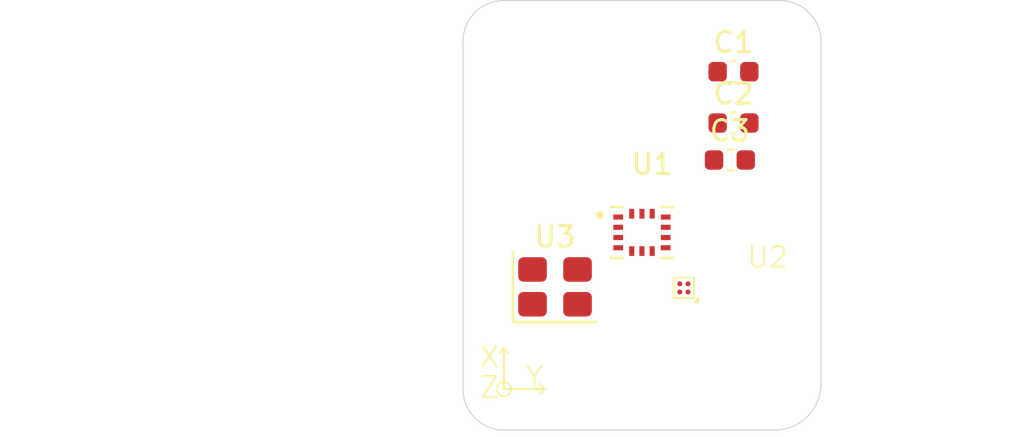
<source format=kicad_pcb>
(kicad_pcb (version 20241229) (generator "pcbnew") (generator_version "9.0")
  (layers (0 "F.Cu" signal) (4 "In1.Cu" signal) (6 "In2.Cu" signal) (2 "B.Cu" signal) (13 "F.Paste" user) (15 "B.Paste" user) (5 "F.SilkS" user "F.Silkscreen") (7 "B.SilkS" user "B.Silkscreen") (1 "F.Mask" user) (3 "B.Mask" user) (25 "Edge.Cuts" user))
  (net 0 "")
  (net 1 "GND")
  (net 9 "VDD")
  (net 12 "Net-(U2-VSS)")
  (net 16 "Net-(U2-VDD)")
  (footprint "Crystal:Crystal_SMD_3225-4Pin_3.2x2.5mm" (layer "F.Cu") (at 143 107)
    (property "Reference" "U3" (at 0 -2.45 0) (layer "F.SilkS"))
    (property "Value" "~")
    (fp_line (start -2.06 -1.71) (end -2.06 1.71) (stroke (width 0.12)) (layer "F.SilkS"))
    (fp_line (start -2.06 1.71) (end 2.06 1.71) (stroke (width 0.12)) (layer "F.SilkS"))
    (pad "1" smd roundrect (at -1.1 0.85) (size 1.4 1.2) (layers "F.Cu" "F.Mask" "F.Paste") (roundrect_rratio 0.208333))
    (pad "2" smd roundrect (at 1.1 0.85) (size 1.4 1.2) (layers "F.Cu" "F.Mask" "F.Paste") (roundrect_rratio 0.208333))
    (pad "3" smd roundrect (at 1.1 -0.85) (size 1.4 1.2) (layers "F.Cu" "F.Mask" "F.Paste") (roundrect_rratio 0.208333))
    (pad "4" smd roundrect (at -1.1 -0.85) (size 1.4 1.2) (layers "F.Cu" "F.Mask" "F.Paste") (roundrect_rratio 0.208333))
  )
  (footprint "Capacitor_SMD:C_0603_1608Metric" (layer "F.Cu") (at 151.55 100.7975)
    (property "Reference" "C3" (at 0 -1.43 0) (layer "F.SilkS"))
    (property "Value" "2.2uF")
    (fp_line (start -0.14058 -0.51) (end 0.14058 -0.51) (stroke (width 0.12)) (layer "F.SilkS"))
    (fp_line (start -0.14058 0.51) (end 0.14058 0.51) (stroke (width 0.12)) (layer "F.SilkS"))
    (pad "1" smd roundrect (at -0.775 0) (size 0.9 0.95) (layers "F.Cu" "F.Mask" "F.Paste") (net 16 "Net-(U2-VDD)"))
    (pad "2" smd roundrect (at 0.775 0) (size 0.9 0.95) (layers "F.Cu" "F.Mask" "F.Paste") (net 12 "Net-(U2-VSS)"))
  )
  (footprint "QMC6309:QMC6309" (layer "F.Cu") (at 149.3 107.05)
    (property "Reference" "U2" (at 4.1 -1.5 0) (layer "F.SilkS") (effects (font (thickness 0.1))))
    (property "Value" "~")
    (fp_rect (start -0.5 -0.5) (end 0.5 0.5) (stroke (width 0.1)) (fill no) (layer "F.SilkS"))
    (fp_poly (pts (xy 0.7 0.5) (xy 0.5 0.7) (xy 0.7 0.7)) (stroke (width 0.1)) (fill yes) (layer "F.SilkS"))
    (pad "A1" smd circle (at 0.2 0.2) (size 0.24 0.24) (layers "F.Cu" "F.Mask" "F.Paste") (net 12 "Net-(U2-VSS)"))
    (pad "A2" smd circle (at -0.2 0.2) (size 0.24 0.24) (layers "F.Cu" "F.Mask" "F.Paste"))
    (pad "B1" smd circle (at 0.2 -0.2) (size 0.24 0.24) (layers "F.Cu" "F.Mask" "F.Paste") (net 16 "Net-(U2-VDD)"))
    (pad "B2" smd circle (at -0.2 -0.2) (size 0.24 0.24) (layers "F.Cu" "F.Mask" "F.Paste"))
  )
  (footprint "Capacitor_SMD:C_0603_1608Metric" (layer "F.Cu") (at 151.725 96.48)
    (property "Reference" "C1" (at 0 -1.43 0) (layer "F.SilkS"))
    (property "Value" "0.1uF")
    (fp_line (start -0.14058 -0.51) (end 0.14058 -0.51) (stroke (width 0.12)) (layer "F.SilkS"))
    (fp_line (start -0.14058 0.51) (end 0.14058 0.51) (stroke (width 0.12)) (layer "F.SilkS"))
    (pad "1" smd roundrect (at -0.775 0) (size 0.9 0.95) (layers "F.Cu" "F.Mask" "F.Paste") (net 1 "GND"))
    (pad "2" smd roundrect (at 0.775 0) (size 0.9 0.95) (layers "F.Cu" "F.Mask" "F.Paste") (net 9 "VDD"))
  )
  (footprint "Capacitor_SMD:C_0603_1608Metric" (layer "F.Cu") (at 151.725 98.99)
    (property "Reference" "C2" (at 0 -1.43 0) (layer "F.SilkS"))
    (property "Value" "0.1uF")
    (fp_line (start -0.14058 -0.51) (end 0.14058 -0.51) (stroke (width 0.12)) (layer "F.SilkS"))
    (fp_line (start -0.14058 0.51) (end 0.14058 0.51) (stroke (width 0.12)) (layer "F.SilkS"))
    (pad "1" smd roundrect (at -0.775 0) (size 0.9 0.95) (layers "F.Cu" "F.Mask" "F.Paste"))
    (pad "2" smd roundrect (at 0.775 0) (size 0.9 0.95) (layers "F.Cu" "F.Mask" "F.Paste") (net 9 "VDD"))
  )
  (footprint "ICM-45686:IC_ICM-45686" (layer "F.Cu") (at 147.25 104.3375)
    (property "Reference" "U1" (at 0.5 -3.3375 0) (layer "F.SilkS"))
    (property "Value" "ICM-45686")
    (fp_line (start -1.5 -1.25) (end -1.5 -1.195) (stroke (width 0.127)) (layer "F.SilkS"))
    (fp_line (start -1.5 -1.25) (end -0.945 -1.25) (stroke (width 0.127)) (layer "F.SilkS"))
    (fp_line (start -1.5 1.25) (end -1.5 1.195) (stroke (width 0.127)) (layer "F.SilkS"))
    (fp_line (start -0.945 1.25) (end -1.5 1.25) (stroke (width 0.127)) (layer "F.SilkS"))
    (fp_line (start 0.945 -1.25) (end 1.5 -1.25) (stroke (width 0.127)) (layer "F.SilkS"))
    (fp_line (start 1.5 -1.25) (end 1.5 -1.195) (stroke (width 0.127)) (layer "F.SilkS"))
    (fp_line (start 1.5 1.25) (end 0.945 1.25) (stroke (width 0.127)) (layer "F.SilkS"))
    (fp_line (start 1.5 1.25) (end 1.5 1.195) (stroke (width 0.127)) (layer "F.SilkS"))
    (fp_circle (center -2.069 -0.85) (end -1.969 -0.85) (stroke (width 0.2)) (fill no) (layer "F.SilkS"))
    (pad "1" smd rect (at -1.1625 -0.75) (size 0.475 0.25) (layers "F.Cu" "F.Paste"))
    (pad "2" smd rect (at -1.1625 -0.25) (size 0.475 0.25) (layers "F.Cu" "F.Paste"))
    (pad "3" smd rect (at -1.1625 0.25) (size 0.475 0.25) (layers "F.Cu" "F.Paste"))
    (pad "4" smd rect (at -1.1625 0.75) (size 0.475 0.25) (layers "F.Cu" "F.Paste"))
    (pad "5" smd rect (at -0.5 0.9125) (size 0.25 0.475) (layers "F.Cu" "F.Paste") (net 9 "VDD"))
    (pad "6" smd rect (at 0 0.9125) (size 0.25 0.475) (layers "F.Cu" "F.Paste") (net 1 "GND"))
    (pad "7" smd rect (at 0.5 0.9125) (size 0.25 0.475) (layers "F.Cu" "F.Paste"))
    (pad "8" smd rect (at 1.1625 0.75) (size 0.475 0.25) (layers "F.Cu" "F.Paste") (net 9 "VDD"))
    (pad "9" smd rect (at 1.1625 0.25) (size 0.475 0.25) (layers "F.Cu" "F.Paste"))
    (pad "10" smd rect (at 1.1625 -0.25) (size 0.475 0.25) (layers "F.Cu" "F.Paste"))
    (pad "11" smd rect (at 1.1625 -0.75) (size 0.475 0.25) (layers "F.Cu" "F.Paste"))
    (pad "12" smd rect (at 0.5 -0.9125) (size 0.25 0.475) (layers "F.Cu" "F.Paste"))
    (pad "13" smd rect (at 0 -0.9125) (size 0.25 0.475) (layers "F.Cu" "F.Paste"))
    (pad "14" smd rect (at -0.5 -0.9125) (size 0.25 0.475) (layers "F.Cu" "F.Paste"))
  )
  (gr_line (start 140.5 111.25) (end 140.5 112) (stroke (width 0.1)) (layer "F.SilkS"))
  (gr_line (start 142.5 112) (end 140.5 112) (stroke (width 0.1)) (layer "F.SilkS"))
  (gr_line (start 142.5 112) (end 142.25 111.75) (stroke (width 0.1)) (layer "F.SilkS"))
  (gr_circle (center 140.5 112) (end 140.75 111.75) (stroke (width 0.1)) (fill no) (layer "F.SilkS"))
  (gr_line (start 140.5 112) (end 140.5 110) (stroke (width 0.1)) (layer "F.SilkS"))
  (gr_line (start 142.5 112) (end 142.25 112.25) (stroke (width 0.1)) (layer "F.SilkS"))
  (gr_line (start 140.5 110) (end 140.25 110.25) (stroke (width 0.1)) (layer "F.SilkS"))
  (gr_line (start 140.5 110) (end 140.75 110.25) (stroke (width 0.1)) (layer "F.SilkS"))
  (gr_arc (start 138.5 95) (mid 139.085786 93.585786) (end 140.5 93) (stroke (width 0.05)) (layer "Edge.Cuts"))
  (gr_line (start 138.5 95) (end 138.5 112) (stroke (width 0.05)) (layer "Edge.Cuts"))
  (gr_line (start 140.5 114) (end 153.75 114) (stroke (width 0.05)) (layer "Edge.Cuts"))
  (gr_arc (start 156 111.75) (mid 155.34099 113.34099) (end 153.75 114) (stroke (width 0.05)) (layer "Edge.Cuts"))
  (gr_line (start 156 111.75) (end 156 95) (stroke (width 0.05)) (layer "Edge.Cuts"))
  (gr_line (start 154 93) (end 140.5 93) (stroke (width 0.05)) (layer "Edge.Cuts"))
  (gr_arc (start 140.5 114) (mid 139.085786 113.414214) (end 138.5 112) (stroke (width 0.05)) (layer "Edge.Cuts"))
  (gr_arc (start 154 93) (mid 155.414214 93.585786) (end 156 95) (stroke (width 0.05)) (layer "Edge.Cuts"))
  (gr_text "X" (at 139.25 111 0) (layer "F.SilkS") (effects (font (size 1 1) (thickness 0.1)) (justify left bottom)))
  (gr_text "Z" (at 139.25 112.5 0) (layer "F.SilkS") (effects (font (size 1 1) (thickness 0.1)) (justify left bottom)))
  (gr_text "Y" (at 141.5 112 0) (layer "F.SilkS") (effects (font (size 1 1) (thickness 0.1)) (justify left bottom)))
)
</source>
